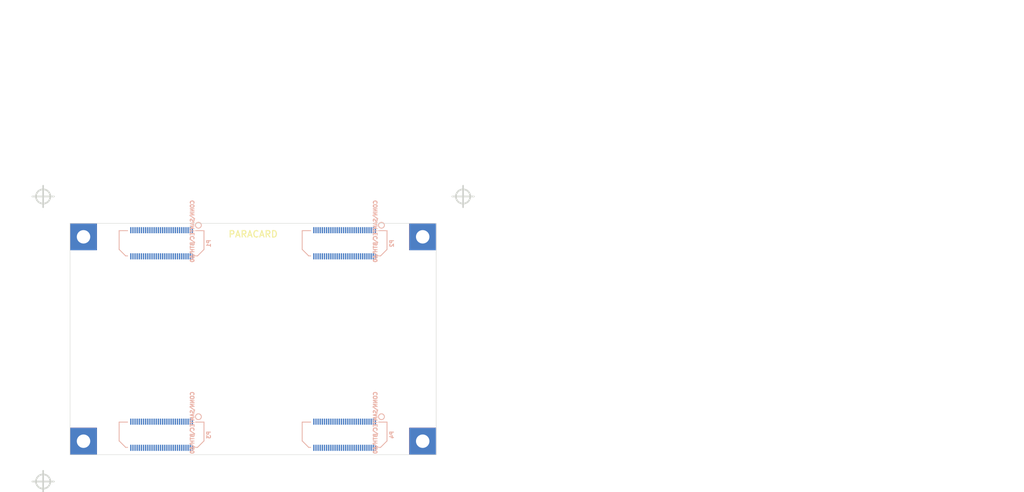
<source format=kicad_pcb>
(kicad_pcb (version 4) (host pcbnew 4.0.0-rc2-stable)

  (general
    (links 53)
    (no_connects 53)
    (area 152.349999 101.549999 238.810001 156.260001)
    (thickness 1.6)
    (drawings 13)
    (tracks 0)
    (zones 0)
    (modules 8)
    (nets 192)
  )

  (page B)
  (title_block
    (title "Paracard Template")
    (date "28 May 2014")
    (rev *)
    (company "Adapteva, Inc., 1666 Massachusetts Ave., Lexington, MA 02420")
    (comment 1 "Fabrication Drawing")
  )

  (layers
    (0 F.Cu signal)
    (31 B.Cu signal)
    (32 B.Adhes user)
    (33 F.Adhes user)
    (34 B.Paste user)
    (35 F.Paste user)
    (36 B.SilkS user)
    (37 F.SilkS user)
    (38 B.Mask user)
    (39 F.Mask user)
    (40 Dwgs.User user)
    (41 Cmts.User user)
    (42 Eco1.User user hide)
    (43 Eco2.User user)
    (44 Edge.Cuts user)
  )

  (setup
    (last_trace_width 0.1524)
    (trace_clearance 0.1524)
    (zone_clearance 0.508)
    (zone_45_only no)
    (trace_min 0.1524)
    (segment_width 0.2)
    (edge_width 0.1)
    (via_size 0.889)
    (via_drill 0.508)
    (via_min_size 0.889)
    (via_min_drill 0.508)
    (uvia_size 0.508)
    (uvia_drill 0.2032)
    (uvias_allowed yes)
    (uvia_min_size 0.508)
    (uvia_min_drill 0.2032)
    (pcb_text_width 0.3)
    (pcb_text_size 1.5 1.5)
    (mod_edge_width 0.15)
    (mod_text_size 1 1)
    (mod_text_width 0.15)
    (pad_size 6.35 6.35)
    (pad_drill 3.175)
    (pad_to_mask_clearance 0)
    (aux_axis_origin 155.575 153.035)
    (visible_elements FFFFFF6F)
    (pcbplotparams
      (layerselection 0x00030_80000001)
      (usegerberextensions true)
      (excludeedgelayer true)
      (linewidth 0.150000)
      (plotframeref false)
      (viasonmask false)
      (mode 1)
      (useauxorigin false)
      (hpglpennumber 1)
      (hpglpenspeed 20)
      (hpglpendiameter 15)
      (hpglpenoverlay 2)
      (psnegative false)
      (psa4output false)
      (plotreference true)
      (plotvalue false)
      (plotinvisibletext false)
      (padsonsilk false)
      (subtractmaskfromsilk true)
      (outputformat 1)
      (mirror false)
      (drillshape 0)
      (scaleselection 1)
      (outputdirectory cad))
  )

  (net 0 "")
  (net 1 /GPIO/GPIO0)
  (net 2 /GPIO/GPIO1)
  (net 3 /GPIO/GPIO10)
  (net 4 /GPIO/GPIO11)
  (net 5 /GPIO/GPIO12)
  (net 6 /GPIO/GPIO13)
  (net 7 /GPIO/GPIO14)
  (net 8 /GPIO/GPIO15)
  (net 9 /GPIO/GPIO16)
  (net 10 /GPIO/GPIO17)
  (net 11 /GPIO/GPIO18)
  (net 12 /GPIO/GPIO19)
  (net 13 /GPIO/GPIO2)
  (net 14 /GPIO/GPIO20)
  (net 15 /GPIO/GPIO21)
  (net 16 /GPIO/GPIO22)
  (net 17 /GPIO/GPIO23)
  (net 18 /GPIO/GPIO24)
  (net 19 /GPIO/GPIO25)
  (net 20 /GPIO/GPIO26)
  (net 21 /GPIO/GPIO27)
  (net 22 /GPIO/GPIO28)
  (net 23 /GPIO/GPIO29)
  (net 24 /GPIO/GPIO3)
  (net 25 /GPIO/GPIO30)
  (net 26 /GPIO/GPIO31)
  (net 27 /GPIO/GPIO32)
  (net 28 /GPIO/GPIO33)
  (net 29 /GPIO/GPIO34)
  (net 30 /GPIO/GPIO35)
  (net 31 /GPIO/GPIO36)
  (net 32 /GPIO/GPIO37)
  (net 33 /GPIO/GPIO38)
  (net 34 /GPIO/GPIO39)
  (net 35 /GPIO/GPIO4)
  (net 36 /GPIO/GPIO40)
  (net 37 /GPIO/GPIO41)
  (net 38 /GPIO/GPIO42)
  (net 39 /GPIO/GPIO43)
  (net 40 /GPIO/GPIO44)
  (net 41 /GPIO/GPIO45)
  (net 42 /GPIO/GPIO46)
  (net 43 /GPIO/GPIO47)
  (net 44 /GPIO/GPIO5)
  (net 45 /GPIO/GPIO6)
  (net 46 /GPIO/GPIO7)
  (net 47 /GPIO/GPIO8)
  (net 48 /GPIO/GPIO9)
  (net 49 /GPIO/VGPIO)
  (net 50 /MountingHoles/SYS_5P0V)
  (net 51 /NORTH/RXI_DATA_N0)
  (net 52 /NORTH/RXI_DATA_N1)
  (net 53 /NORTH/RXI_DATA_N2)
  (net 54 /NORTH/RXI_DATA_N3)
  (net 55 /NORTH/RXI_DATA_N4)
  (net 56 /NORTH/RXI_DATA_N5)
  (net 57 /NORTH/RXI_DATA_N6)
  (net 58 /NORTH/RXI_DATA_N7)
  (net 59 /NORTH/RXI_DATA_P0)
  (net 60 /NORTH/RXI_DATA_P1)
  (net 61 /NORTH/RXI_DATA_P2)
  (net 62 /NORTH/RXI_DATA_P3)
  (net 63 /NORTH/RXI_DATA_P4)
  (net 64 /NORTH/RXI_DATA_P5)
  (net 65 /NORTH/RXI_DATA_P6)
  (net 66 /NORTH/RXI_DATA_P7)
  (net 67 /NORTH/RXI_FRAME_N)
  (net 68 /NORTH/RXI_FRAME_P)
  (net 69 /NORTH/RXI_LCLK_N)
  (net 70 /NORTH/RXI_LCLK_P)
  (net 71 /NORTH/RXO_RD_WAIT_N)
  (net 72 /NORTH/RXO_RD_WAIT_P)
  (net 73 /NORTH/RXO_WR_WAIT_N)
  (net 74 /NORTH/RXO_WR_WAIT_P)
  (net 75 /NORTH/TXI_RD_WAIT_N)
  (net 76 /NORTH/TXI_RD_WAIT_P)
  (net 77 /NORTH/TXI_WR_WAIT_N)
  (net 78 /NORTH/TXI_WR_WAIT_P)
  (net 79 /NORTH/TXO_DATA_N0)
  (net 80 /NORTH/TXO_DATA_N1)
  (net 81 /NORTH/TXO_DATA_N2)
  (net 82 /NORTH/TXO_DATA_N3)
  (net 83 /NORTH/TXO_DATA_N4)
  (net 84 /NORTH/TXO_DATA_N5)
  (net 85 /NORTH/TXO_DATA_N6)
  (net 86 /NORTH/TXO_DATA_N7)
  (net 87 /NORTH/TXO_DATA_P0)
  (net 88 /NORTH/TXO_DATA_P1)
  (net 89 /NORTH/TXO_DATA_P2)
  (net 90 /NORTH/TXO_DATA_P3)
  (net 91 /NORTH/TXO_DATA_P4)
  (net 92 /NORTH/TXO_DATA_P5)
  (net 93 /NORTH/TXO_DATA_P6)
  (net 94 /NORTH/TXO_DATA_P7)
  (net 95 /NORTH/TXO_FRAME_N)
  (net 96 /NORTH/TXO_FRAME_P)
  (net 97 /NORTH/TXO_LCLK_N)
  (net 98 /NORTH/TXO_LCLK_P)
  (net 99 /NORTH/VDDIO)
  (net 100 /POWER/1P0V)
  (net 101 /POWER/1P35V)
  (net 102 /POWER/1P8V)
  (net 103 /POWER/2P5V)
  (net 104 /POWER/3P3V)
  (net 105 /POWER/DSP_FLAG)
  (net 106 /POWER/DSP_XID0)
  (net 107 /POWER/DSP_XID1)
  (net 108 /POWER/DSP_XID2)
  (net 109 /POWER/DSP_XID3)
  (net 110 /POWER/DSP_YID0)
  (net 111 /POWER/DSP_YID1)
  (net 112 /POWER/DSP_YID2)
  (net 113 /POWER/DSP_YID3)
  (net 114 /POWER/I2C_SCL)
  (net 115 /POWER/I2C_SDA)
  (net 116 /POWER/JTAG_BOOT_EN)
  (net 117 /POWER/JTAG_TCK)
  (net 118 /POWER/JTAG_TDI)
  (net 119 /POWER/JTAG_TDO)
  (net 120 /POWER/JTAG_TMS)
  (net 121 /POWER/PROG_IO)
  (net 122 /POWER/REG_EN1)
  (net 123 /POWER/REG_EN2)
  (net 124 /POWER/REG_EN3)
  (net 125 /POWER/REG_EN4)
  (net 126 /POWER/RESET_N)
  (net 127 /POWER/SPDIF)
  (net 128 /POWER/SYS_5P0V)
  (net 129 /POWER/TURBO_MODE)
  (net 130 /POWER/UART_RX)
  (net 131 /POWER/UART_TX)
  (net 132 /POWER/USER_LED)
  (net 133 /POWER/VADC_N)
  (net 134 /POWER/VADC_P)
  (net 135 /POWER/VDD_ADJ)
  (net 136 /POWER/VDD_DSP)
  (net 137 /POWER/VDD_GPIO)
  (net 138 /SOUTH/RXI_DATA_N0)
  (net 139 /SOUTH/RXI_DATA_N1)
  (net 140 /SOUTH/RXI_DATA_N2)
  (net 141 /SOUTH/RXI_DATA_N3)
  (net 142 /SOUTH/RXI_DATA_N4)
  (net 143 /SOUTH/RXI_DATA_N5)
  (net 144 /SOUTH/RXI_DATA_N6)
  (net 145 /SOUTH/RXI_DATA_N7)
  (net 146 /SOUTH/RXI_DATA_P0)
  (net 147 /SOUTH/RXI_DATA_P1)
  (net 148 /SOUTH/RXI_DATA_P2)
  (net 149 /SOUTH/RXI_DATA_P3)
  (net 150 /SOUTH/RXI_DATA_P4)
  (net 151 /SOUTH/RXI_DATA_P5)
  (net 152 /SOUTH/RXI_DATA_P6)
  (net 153 /SOUTH/RXI_DATA_P7)
  (net 154 /SOUTH/RXI_FRAME_N)
  (net 155 /SOUTH/RXI_FRAME_P)
  (net 156 /SOUTH/RXI_LCLK_N)
  (net 157 /SOUTH/RXI_LCLK_P)
  (net 158 /SOUTH/RXO_RD_WAIT_N)
  (net 159 /SOUTH/RXO_RD_WAIT_P)
  (net 160 /SOUTH/RXO_WR_WAIT_N)
  (net 161 /SOUTH/RXO_WR_WAIT_P)
  (net 162 /SOUTH/TXI_RD_WAIT_N)
  (net 163 /SOUTH/TXI_RD_WAIT_P)
  (net 164 /SOUTH/TXI_WR_WAIT_N)
  (net 165 /SOUTH/TXI_WR_WAIT_P)
  (net 166 /SOUTH/TXO_DATA_N0)
  (net 167 /SOUTH/TXO_DATA_N1)
  (net 168 /SOUTH/TXO_DATA_N2)
  (net 169 /SOUTH/TXO_DATA_N3)
  (net 170 /SOUTH/TXO_DATA_N4)
  (net 171 /SOUTH/TXO_DATA_N5)
  (net 172 /SOUTH/TXO_DATA_N6)
  (net 173 /SOUTH/TXO_DATA_N7)
  (net 174 /SOUTH/TXO_DATA_P0)
  (net 175 /SOUTH/TXO_DATA_P1)
  (net 176 /SOUTH/TXO_DATA_P2)
  (net 177 /SOUTH/TXO_DATA_P3)
  (net 178 /SOUTH/TXO_DATA_P4)
  (net 179 /SOUTH/TXO_DATA_P5)
  (net 180 /SOUTH/TXO_DATA_P6)
  (net 181 /SOUTH/TXO_DATA_P7)
  (net 182 /SOUTH/TXO_FRAME_N)
  (net 183 /SOUTH/TXO_FRAME_P)
  (net 184 /SOUTH/TXO_LCLK_N)
  (net 185 /SOUTH/TXO_LCLK_P)
  (net 186 /SOUTH/VDDIO)
  (net 187 GND)
  (net 188 "Net-(P1-Pad1)")
  (net 189 "Net-(P2-Pad11)")
  (net 190 "Net-(P3-Pad10)")
  (net 191 "Net-(P4-Pad11)")

  (net_class Default "This is the default net class."
    (clearance 0.1524)
    (trace_width 0.1524)
    (via_dia 0.889)
    (via_drill 0.508)
    (uvia_dia 0.508)
    (uvia_drill 0.2032)
    (add_net /GPIO/GPIO0)
    (add_net /GPIO/GPIO1)
    (add_net /GPIO/GPIO10)
    (add_net /GPIO/GPIO11)
    (add_net /GPIO/GPIO12)
    (add_net /GPIO/GPIO13)
    (add_net /GPIO/GPIO14)
    (add_net /GPIO/GPIO15)
    (add_net /GPIO/GPIO16)
    (add_net /GPIO/GPIO17)
    (add_net /GPIO/GPIO18)
    (add_net /GPIO/GPIO19)
    (add_net /GPIO/GPIO2)
    (add_net /GPIO/GPIO20)
    (add_net /GPIO/GPIO21)
    (add_net /GPIO/GPIO22)
    (add_net /GPIO/GPIO23)
    (add_net /GPIO/GPIO24)
    (add_net /GPIO/GPIO25)
    (add_net /GPIO/GPIO26)
    (add_net /GPIO/GPIO27)
    (add_net /GPIO/GPIO28)
    (add_net /GPIO/GPIO29)
    (add_net /GPIO/GPIO3)
    (add_net /GPIO/GPIO30)
    (add_net /GPIO/GPIO31)
    (add_net /GPIO/GPIO32)
    (add_net /GPIO/GPIO33)
    (add_net /GPIO/GPIO34)
    (add_net /GPIO/GPIO35)
    (add_net /GPIO/GPIO36)
    (add_net /GPIO/GPIO37)
    (add_net /GPIO/GPIO38)
    (add_net /GPIO/GPIO39)
    (add_net /GPIO/GPIO4)
    (add_net /GPIO/GPIO40)
    (add_net /GPIO/GPIO41)
    (add_net /GPIO/GPIO42)
    (add_net /GPIO/GPIO43)
    (add_net /GPIO/GPIO44)
    (add_net /GPIO/GPIO45)
    (add_net /GPIO/GPIO46)
    (add_net /GPIO/GPIO47)
    (add_net /GPIO/GPIO5)
    (add_net /GPIO/GPIO6)
    (add_net /GPIO/GPIO7)
    (add_net /GPIO/GPIO8)
    (add_net /GPIO/GPIO9)
    (add_net /GPIO/VGPIO)
    (add_net /MountingHoles/SYS_5P0V)
    (add_net /NORTH/RXI_DATA_N0)
    (add_net /NORTH/RXI_DATA_N1)
    (add_net /NORTH/RXI_DATA_N2)
    (add_net /NORTH/RXI_DATA_N3)
    (add_net /NORTH/RXI_DATA_N4)
    (add_net /NORTH/RXI_DATA_N5)
    (add_net /NORTH/RXI_DATA_N6)
    (add_net /NORTH/RXI_DATA_N7)
    (add_net /NORTH/RXI_DATA_P0)
    (add_net /NORTH/RXI_DATA_P1)
    (add_net /NORTH/RXI_DATA_P2)
    (add_net /NORTH/RXI_DATA_P3)
    (add_net /NORTH/RXI_DATA_P4)
    (add_net /NORTH/RXI_DATA_P5)
    (add_net /NORTH/RXI_DATA_P6)
    (add_net /NORTH/RXI_DATA_P7)
    (add_net /NORTH/RXI_FRAME_N)
    (add_net /NORTH/RXI_FRAME_P)
    (add_net /NORTH/RXI_LCLK_N)
    (add_net /NORTH/RXI_LCLK_P)
    (add_net /NORTH/RXO_RD_WAIT_N)
    (add_net /NORTH/RXO_RD_WAIT_P)
    (add_net /NORTH/RXO_WR_WAIT_N)
    (add_net /NORTH/RXO_WR_WAIT_P)
    (add_net /NORTH/TXI_RD_WAIT_N)
    (add_net /NORTH/TXI_RD_WAIT_P)
    (add_net /NORTH/TXI_WR_WAIT_N)
    (add_net /NORTH/TXI_WR_WAIT_P)
    (add_net /NORTH/TXO_DATA_N0)
    (add_net /NORTH/TXO_DATA_N1)
    (add_net /NORTH/TXO_DATA_N2)
    (add_net /NORTH/TXO_DATA_N3)
    (add_net /NORTH/TXO_DATA_N4)
    (add_net /NORTH/TXO_DATA_N5)
    (add_net /NORTH/TXO_DATA_N6)
    (add_net /NORTH/TXO_DATA_N7)
    (add_net /NORTH/TXO_DATA_P0)
    (add_net /NORTH/TXO_DATA_P1)
    (add_net /NORTH/TXO_DATA_P2)
    (add_net /NORTH/TXO_DATA_P3)
    (add_net /NORTH/TXO_DATA_P4)
    (add_net /NORTH/TXO_DATA_P5)
    (add_net /NORTH/TXO_DATA_P6)
    (add_net /NORTH/TXO_DATA_P7)
    (add_net /NORTH/TXO_FRAME_N)
    (add_net /NORTH/TXO_FRAME_P)
    (add_net /NORTH/TXO_LCLK_N)
    (add_net /NORTH/TXO_LCLK_P)
    (add_net /NORTH/VDDIO)
    (add_net /POWER/1P0V)
    (add_net /POWER/1P35V)
    (add_net /POWER/1P8V)
    (add_net /POWER/2P5V)
    (add_net /POWER/3P3V)
    (add_net /POWER/DSP_FLAG)
    (add_net /POWER/DSP_XID0)
    (add_net /POWER/DSP_XID1)
    (add_net /POWER/DSP_XID2)
    (add_net /POWER/DSP_XID3)
    (add_net /POWER/DSP_YID0)
    (add_net /POWER/DSP_YID1)
    (add_net /POWER/DSP_YID2)
    (add_net /POWER/DSP_YID3)
    (add_net /POWER/I2C_SCL)
    (add_net /POWER/I2C_SDA)
    (add_net /POWER/JTAG_BOOT_EN)
    (add_net /POWER/JTAG_TCK)
    (add_net /POWER/JTAG_TDI)
    (add_net /POWER/JTAG_TDO)
    (add_net /POWER/JTAG_TMS)
    (add_net /POWER/PROG_IO)
    (add_net /POWER/REG_EN1)
    (add_net /POWER/REG_EN2)
    (add_net /POWER/REG_EN3)
    (add_net /POWER/REG_EN4)
    (add_net /POWER/RESET_N)
    (add_net /POWER/SPDIF)
    (add_net /POWER/SYS_5P0V)
    (add_net /POWER/TURBO_MODE)
    (add_net /POWER/UART_RX)
    (add_net /POWER/UART_TX)
    (add_net /POWER/USER_LED)
    (add_net /POWER/VADC_N)
    (add_net /POWER/VADC_P)
    (add_net /POWER/VDD_ADJ)
    (add_net /POWER/VDD_DSP)
    (add_net /POWER/VDD_GPIO)
    (add_net /SOUTH/RXI_DATA_N0)
    (add_net /SOUTH/RXI_DATA_N1)
    (add_net /SOUTH/RXI_DATA_N2)
    (add_net /SOUTH/RXI_DATA_N3)
    (add_net /SOUTH/RXI_DATA_N4)
    (add_net /SOUTH/RXI_DATA_N5)
    (add_net /SOUTH/RXI_DATA_N6)
    (add_net /SOUTH/RXI_DATA_N7)
    (add_net /SOUTH/RXI_DATA_P0)
    (add_net /SOUTH/RXI_DATA_P1)
    (add_net /SOUTH/RXI_DATA_P2)
    (add_net /SOUTH/RXI_DATA_P3)
    (add_net /SOUTH/RXI_DATA_P4)
    (add_net /SOUTH/RXI_DATA_P5)
    (add_net /SOUTH/RXI_DATA_P6)
    (add_net /SOUTH/RXI_DATA_P7)
    (add_net /SOUTH/RXI_FRAME_N)
    (add_net /SOUTH/RXI_FRAME_P)
    (add_net /SOUTH/RXI_LCLK_N)
    (add_net /SOUTH/RXI_LCLK_P)
    (add_net /SOUTH/RXO_RD_WAIT_N)
    (add_net /SOUTH/RXO_RD_WAIT_P)
    (add_net /SOUTH/RXO_WR_WAIT_N)
    (add_net /SOUTH/RXO_WR_WAIT_P)
    (add_net /SOUTH/TXI_RD_WAIT_N)
    (add_net /SOUTH/TXI_RD_WAIT_P)
    (add_net /SOUTH/TXI_WR_WAIT_N)
    (add_net /SOUTH/TXI_WR_WAIT_P)
    (add_net /SOUTH/TXO_DATA_N0)
    (add_net /SOUTH/TXO_DATA_N1)
    (add_net /SOUTH/TXO_DATA_N2)
    (add_net /SOUTH/TXO_DATA_N3)
    (add_net /SOUTH/TXO_DATA_N4)
    (add_net /SOUTH/TXO_DATA_N5)
    (add_net /SOUTH/TXO_DATA_N6)
    (add_net /SOUTH/TXO_DATA_N7)
    (add_net /SOUTH/TXO_DATA_P0)
    (add_net /SOUTH/TXO_DATA_P1)
    (add_net /SOUTH/TXO_DATA_P2)
    (add_net /SOUTH/TXO_DATA_P3)
    (add_net /SOUTH/TXO_DATA_P4)
    (add_net /SOUTH/TXO_DATA_P5)
    (add_net /SOUTH/TXO_DATA_P6)
    (add_net /SOUTH/TXO_DATA_P7)
    (add_net /SOUTH/TXO_FRAME_N)
    (add_net /SOUTH/TXO_FRAME_P)
    (add_net /SOUTH/TXO_LCLK_N)
    (add_net /SOUTH/TXO_LCLK_P)
    (add_net /SOUTH/VDDIO)
    (add_net GND)
    (add_net "Net-(P1-Pad1)")
    (add_net "Net-(P2-Pad11)")
    (add_net "Net-(P3-Pad10)")
    (add_net "Net-(P4-Pad11)")
  )

  (module Adapteva:MTG_PTH_125_SQ (layer F.Cu) (tedit 538C1623) (tstamp 538C1315)
    (at 155.575 153.035)
    (descr "Mounting hole, 0.125Dia, 0.25 Square Pad")
    (tags "Mounting hole, Befestigungsbohrung, 3,5mm, No Annular, Kein Restring,")
    (path /5387F901/53896AE9)
    (fp_text reference MH4 (at 0 -4.50088) (layer F.SilkS) hide
      (effects (font (thickness 0.3048)))
    )
    (fp_text value MTG\PTH\125\SQ (at 0 5.00126) (layer F.SilkS) hide
      (effects (font (thickness 0.3048)))
    )
    (pad 1 thru_hole rect (at 0 0) (size 6.35 6.35) (drill 3.175) (layers *.Cu *.Mask Dwgs.User)
      (net 187 GND))
  )

  (module Adapteva:MTG_PTH_125_SQ (layer F.Cu) (tedit 538C1623) (tstamp 538C1311)
    (at 235.585 104.775)
    (descr "Mounting hole, 0.125Dia, 0.25 Square Pad")
    (tags "Mounting hole, Befestigungsbohrung, 3,5mm, No Annular, Kein Restring,")
    (path /5387F901/53896AC1)
    (fp_text reference MH3 (at 0 -4.50088) (layer F.SilkS) hide
      (effects (font (thickness 0.3048)))
    )
    (fp_text value MTG\PTH\125\SQ (at 0 5.00126) (layer F.SilkS) hide
      (effects (font (thickness 0.3048)))
    )
    (pad 1 thru_hole rect (at 0 0) (size 6.35 6.35) (drill 3.175) (layers *.Cu *.Mask Dwgs.User)
      (net 187 GND))
  )

  (module Adapteva:MTG_PTH_125_SQ (layer F.Cu) (tedit 538C1623) (tstamp 538C130D)
    (at 235.585 153.035)
    (descr "Mounting hole, 0.125Dia, 0.25 Square Pad")
    (tags "Mounting hole, Befestigungsbohrung, 3,5mm, No Annular, Kein Restring,")
    (path /5387F901/53896AD5)
    (fp_text reference MH2 (at 0 -4.50088) (layer F.SilkS) hide
      (effects (font (thickness 0.3048)))
    )
    (fp_text value MTG\PTH\125\SQ (at 0 5.00126) (layer F.SilkS) hide
      (effects (font (thickness 0.3048)))
    )
    (pad 1 thru_hole rect (at 0 0) (size 6.35 6.35) (drill 3.175) (layers *.Cu *.Mask Dwgs.User)
      (net 187 GND))
  )

  (module Adapteva:MTG_PTH_125_SQ (layer F.Cu) (tedit 538C1623) (tstamp 538C1309)
    (at 155.575 104.775)
    (descr "Mounting hole, 0.125Dia, 0.25 Square Pad")
    (tags "Mounting hole, Befestigungsbohrung, 3,5mm, No Annular, Kein Restring,")
    (path /5387F901/53896AAD)
    (fp_text reference MH1 (at 0 -4.50088) (layer F.SilkS) hide
      (effects (font (thickness 0.3048)))
    )
    (fp_text value MTG\PTH\125\SQ (at 0 5.00126) (layer F.SilkS) hide
      (effects (font (thickness 0.3048)))
    )
    (pad 1 thru_hole rect (at 0 0) (size 6.35 6.35) (drill 3.175) (layers *.Cu *.Mask Dwgs.User)
      (net 50 /MountingHoles/SYS_5P0V))
  )

  (module adapteva-kicad:CONN_SAMTEC_BTH_60 (layer B.Cu) (tedit 0) (tstamp 538A96BE)
    (at 173.99 106.299 180)
    (descr "Connector, Samtec BTH, 60 pos.")
    (path /53860B1E/538932DF)
    (attr smd)
    (fp_text reference P1 (at -11.13282 -0.04064 450) (layer B.SilkS)
      (effects (font (size 0.889 0.889) (thickness 0.3048)) (justify mirror))
    )
    (fp_text value CONN\SAMTEC\BTH\60 (at -7.25424 2.8321 270) (layer B.SilkS)
      (effects (font (size 0.889 0.889) (thickness 0.3048)) (justify mirror))
    )
    (fp_circle (center -8.68934 4.2545) (end -9.10082 4.80822) (layer B.SilkS) (width 0.2032))
    (fp_line (start -8.001 -2.9845) (end -8.47598 -2.9845) (layer B.SilkS) (width 0.2032))
    (fp_line (start -8.001 2.9845) (end -9.99998 2.9845) (layer B.SilkS) (width 0.2032))
    (fp_line (start -9.99998 2.9845) (end -9.99998 -1.4605) (layer B.SilkS) (width 0.2032))
    (fp_line (start -9.99998 -1.4605) (end -8.47598 -2.9845) (layer B.SilkS) (width 0.2032))
    (fp_line (start 9.99998 -1.4605) (end 8.47598 -2.9845) (layer B.SilkS) (width 0.2032))
    (fp_line (start 10.0076 2.9845) (end 10.0076 -1.4605) (layer B.SilkS) (width 0.2032))
    (fp_line (start 8.001 2.9845) (end 9.99998 2.9845) (layer B.SilkS) (width 0.2032))
    (fp_line (start 8.001 -2.9845) (end 8.47598 -2.9845) (layer B.SilkS) (width 0.2032))
    (pad 1 smd rect (at -7.25424 3.0861) (size 0.3048 1.4478) (layers B.Cu B.Paste B.Mask)
      (net 188 "Net-(P1-Pad1)"))
    (pad 2 smd rect (at -7.25424 -3.0861 180) (size 0.3048 1.4478) (layers B.Cu B.Paste B.Mask)
      (net 49 /GPIO/VGPIO))
    (pad 3 smd rect (at -6.75384 3.0861) (size 0.3048 1.4478) (layers B.Cu B.Paste B.Mask)
      (net 1 /GPIO/GPIO0))
    (pad 4 smd rect (at -6.75384 -3.0861 180) (size 0.3048 1.4478) (layers B.Cu B.Paste B.Mask)
      (net 2 /GPIO/GPIO1))
    (pad 5 smd rect (at -6.25344 3.0861) (size 0.3048 1.4478) (layers B.Cu B.Paste B.Mask)
      (net 13 /GPIO/GPIO2))
    (pad 6 smd rect (at -6.25344 -3.0861 180) (size 0.3048 1.4478) (layers B.Cu B.Paste B.Mask)
      (net 24 /GPIO/GPIO3))
    (pad 7 smd rect (at -5.75314 3.0861) (size 0.3048 1.4478) (layers B.Cu B.Paste B.Mask)
      (net 35 /GPIO/GPIO4))
    (pad 8 smd rect (at -5.75314 -3.0861 180) (size 0.3048 1.4478) (layers B.Cu B.Paste B.Mask)
      (net 44 /GPIO/GPIO5))
    (pad 9 smd rect (at -5.25274 3.0861) (size 0.3048 1.4478) (layers B.Cu B.Paste B.Mask)
      (net 45 /GPIO/GPIO6))
    (pad 10 smd rect (at -5.25274 -3.0861 180) (size 0.3048 1.4478) (layers B.Cu B.Paste B.Mask)
      (net 46 /GPIO/GPIO7))
    (pad 11 smd rect (at -4.75234 3.0861) (size 0.3048 1.4478) (layers B.Cu B.Paste B.Mask)
      (net 187 GND))
    (pad 12 smd rect (at -4.75234 -3.0861 180) (size 0.3048 1.4478) (layers B.Cu B.Paste B.Mask)
      (net 187 GND))
    (pad 13 smd rect (at -4.25194 3.0861) (size 0.3048 1.4478) (layers B.Cu B.Paste B.Mask)
      (net 47 /GPIO/GPIO8))
    (pad 14 smd rect (at -4.25194 -3.0861 180) (size 0.3048 1.4478) (layers B.Cu B.Paste B.Mask)
      (net 48 /GPIO/GPIO9))
    (pad 15 smd rect (at -3.75154 3.0861) (size 0.3048 1.4478) (layers B.Cu B.Paste B.Mask)
      (net 3 /GPIO/GPIO10))
    (pad 16 smd rect (at -3.75154 -3.0861 180) (size 0.3048 1.4478) (layers B.Cu B.Paste B.Mask)
      (net 4 /GPIO/GPIO11))
    (pad 17 smd rect (at -3.25124 3.0861) (size 0.3048 1.4478) (layers B.Cu B.Paste B.Mask)
      (net 5 /GPIO/GPIO12))
    (pad 18 smd rect (at -3.25124 -3.0861 180) (size 0.3048 1.4478) (layers B.Cu B.Paste B.Mask)
      (net 6 /GPIO/GPIO13))
    (pad 19 smd rect (at -2.75084 3.0861) (size 0.3048 1.4478) (layers B.Cu B.Paste B.Mask)
      (net 7 /GPIO/GPIO14))
    (pad 20 smd rect (at -2.75084 -3.0861 180) (size 0.3048 1.4478) (layers B.Cu B.Paste B.Mask)
      (net 8 /GPIO/GPIO15))
    (pad 21 smd rect (at -2.25044 3.0861) (size 0.3048 1.4478) (layers B.Cu B.Paste B.Mask)
      (net 187 GND))
    (pad 22 smd rect (at -2.25044 -3.0861 180) (size 0.3048 1.4478) (layers B.Cu B.Paste B.Mask)
      (net 187 GND))
    (pad 23 smd rect (at -1.75004 3.0861) (size 0.3048 1.4478) (layers B.Cu B.Paste B.Mask)
      (net 9 /GPIO/GPIO16))
    (pad 24 smd rect (at -1.75004 -3.0861 180) (size 0.3048 1.4478) (layers B.Cu B.Paste B.Mask)
      (net 10 /GPIO/GPIO17))
    (pad 25 smd rect (at -1.24964 3.0861) (size 0.3048 1.4478) (layers B.Cu B.Paste B.Mask)
      (net 11 /GPIO/GPIO18))
    (pad 26 smd rect (at -1.24964 -3.0861 180) (size 0.3048 1.4478) (layers B.Cu B.Paste B.Mask)
      (net 12 /GPIO/GPIO19))
    (pad 27 smd rect (at -0.74934 3.0861) (size 0.3048 1.4478) (layers B.Cu B.Paste B.Mask)
      (net 14 /GPIO/GPIO20))
    (pad 28 smd rect (at -0.74934 -3.0861 180) (size 0.3048 1.4478) (layers B.Cu B.Paste B.Mask)
      (net 15 /GPIO/GPIO21))
    (pad 29 smd rect (at -0.24894 3.0861) (size 0.3048 1.4478) (layers B.Cu B.Paste B.Mask)
      (net 16 /GPIO/GPIO22))
    (pad 30 smd rect (at -0.24894 -3.0861 180) (size 0.3048 1.4478) (layers B.Cu B.Paste B.Mask)
      (net 17 /GPIO/GPIO23))
    (pad 31 smd rect (at 0.25146 3.0861) (size 0.3048 1.4478) (layers B.Cu B.Paste B.Mask)
      (net 187 GND))
    (pad 32 smd rect (at 0.25146 -3.0861 180) (size 0.3048 1.4478) (layers B.Cu B.Paste B.Mask)
      (net 187 GND))
    (pad 33 smd rect (at 0.75186 3.0861) (size 0.3048 1.4478) (layers B.Cu B.Paste B.Mask)
      (net 18 /GPIO/GPIO24))
    (pad 34 smd rect (at 0.75186 -3.0861 180) (size 0.3048 1.4478) (layers B.Cu B.Paste B.Mask)
      (net 19 /GPIO/GPIO25))
    (pad 35 smd rect (at 1.25226 3.0861) (size 0.3048 1.4478) (layers B.Cu B.Paste B.Mask)
      (net 20 /GPIO/GPIO26))
    (pad 36 smd rect (at 1.25226 -3.0861 180) (size 0.3048 1.4478) (layers B.Cu B.Paste B.Mask)
      (net 21 /GPIO/GPIO27))
    (pad 37 smd rect (at 1.75256 3.0861) (size 0.3048 1.4478) (layers B.Cu B.Paste B.Mask)
      (net 22 /GPIO/GPIO28))
    (pad 38 smd rect (at 1.75256 -3.0861 180) (size 0.3048 1.4478) (layers B.Cu B.Paste B.Mask)
      (net 23 /GPIO/GPIO29))
    (pad 39 smd rect (at 2.25296 3.0861) (size 0.3048 1.4478) (layers B.Cu B.Paste B.Mask)
      (net 25 /GPIO/GPIO30))
    (pad 40 smd rect (at 2.25296 -3.0861 180) (size 0.3048 1.4478) (layers B.Cu B.Paste B.Mask)
      (net 26 /GPIO/GPIO31))
    (pad 41 smd rect (at 2.75336 3.0861) (size 0.3048 1.4478) (layers B.Cu B.Paste B.Mask)
      (net 187 GND))
    (pad 42 smd rect (at 2.75336 -3.0861 180) (size 0.3048 1.4478) (layers B.Cu B.Paste B.Mask)
      (net 187 GND))
    (pad 43 smd rect (at 3.25376 3.0861) (size 0.3048 1.4478) (layers B.Cu B.Paste B.Mask)
      (net 27 /GPIO/GPIO32))
    (pad 44 smd rect (at 3.25376 -3.0861 180) (size 0.3048 1.4478) (layers B.Cu B.Paste B.Mask)
      (net 28 /GPIO/GPIO33))
    (pad 45 smd rect (at 3.75416 3.0861) (size 0.3048 1.4478) (layers B.Cu B.Paste B.Mask)
      (net 29 /GPIO/GPIO34))
    (pad 46 smd rect (at 3.75416 -3.0861 180) (size 0.3048 1.4478) (layers B.Cu B.Paste B.Mask)
      (net 30 /GPIO/GPIO35))
    (pad 47 smd rect (at 4.25446 3.0861) (size 0.3048 1.4478) (layers B.Cu B.Paste B.Mask)
      (net 31 /GPIO/GPIO36))
    (pad 48 smd rect (at 4.25446 -3.0861 180) (size 0.3048 1.4478) (layers B.Cu B.Paste B.Mask)
      (net 32 /GPIO/GPIO37))
    (pad 49 smd rect (at 4.75486 3.0861) (size 0.3048 1.4478) (layers B.Cu B.Paste B.Mask)
      (net 33 /GPIO/GPIO38))
    (pad 50 smd rect (at 4.75486 -3.0861 180) (size 0.3048 1.4478) (layers B.Cu B.Paste B.Mask)
      (net 34 /GPIO/GPIO39))
    (pad 51 smd rect (at 5.25526 3.0861) (size 0.3048 1.4478) (layers B.Cu B.Paste B.Mask)
      (net 187 GND))
    (pad 52 smd rect (at 5.25526 -3.0861 180) (size 0.3048 1.4478) (layers B.Cu B.Paste B.Mask)
      (net 187 GND))
    (pad 53 smd rect (at 5.75566 3.0861) (size 0.3048 1.4478) (layers B.Cu B.Paste B.Mask)
      (net 36 /GPIO/GPIO40))
    (pad 54 smd rect (at 5.75566 -3.0861 180) (size 0.3048 1.4478) (layers B.Cu B.Paste B.Mask)
      (net 37 /GPIO/GPIO41))
    (pad 55 smd rect (at 6.25606 3.0861) (size 0.3048 1.4478) (layers B.Cu B.Paste B.Mask)
      (net 38 /GPIO/GPIO42))
    (pad 56 smd rect (at 6.25606 -3.0861 180) (size 0.3048 1.4478) (layers B.Cu B.Paste B.Mask)
      (net 39 /GPIO/GPIO43))
    (pad 57 smd rect (at 6.75636 3.0861) (size 0.3048 1.4478) (layers B.Cu B.Paste B.Mask)
      (net 40 /GPIO/GPIO44))
    (pad 58 smd rect (at 6.75636 -3.0861 180) (size 0.3048 1.4478) (layers B.Cu B.Paste B.Mask)
      (net 41 /GPIO/GPIO45))
    (pad 59 smd rect (at 7.25676 3.0861) (size 0.3048 1.4478) (layers B.Cu B.Paste B.Mask)
      (net 42 /GPIO/GPIO46))
    (pad 60 smd rect (at 7.25676 -3.0861 180) (size 0.3048 1.4478) (layers B.Cu B.Paste B.Mask)
      (net 43 /GPIO/GPIO47))
    (pad "" np_thru_hole circle (at -9.24052 2.032 180) (size 1.016 1.016) (drill 1.016) (layers *.Cu *.Mask Dwgs.User))
    (pad "" np_thru_hole circle (at 9.24052 2.032 180) (size 1.016 1.016) (drill 1.016) (layers *.Cu *.Mask Dwgs.User))
    (model ../../../../../home/jules/Documents/Parallella/samtec.wrl
      (at (xyz -0.39375 0.14 -0.0375))
      (scale (xyz 0.3937 0.3937 0.3937))
      (rotate (xyz 270 0 0))
    )
  )

  (module adapteva-kicad:CONN_SAMTEC_BTH_60 (layer B.Cu) (tedit 0) (tstamp 538A9709)
    (at 217.17 106.299 180)
    (descr "Connector, Samtec BTH, 60 pos.")
    (path /5386858E/53893761)
    (attr smd)
    (fp_text reference P2 (at -11.13282 -0.04064 450) (layer B.SilkS)
      (effects (font (size 0.889 0.889) (thickness 0.3048)) (justify mirror))
    )
    (fp_text value CONN\SAMTEC\BTH\60 (at -7.25424 2.8321 270) (layer B.SilkS)
      (effects (font (size 0.889 0.889) (thickness 0.3048)) (justify mirror))
    )
    (fp_circle (center -8.68934 4.2545) (end -9.10082 4.80822) (layer B.SilkS) (width 0.2032))
    (fp_line (start -8.001 -2.9845) (end -8.47598 -2.9845) (layer B.SilkS) (width 0.2032))
    (fp_line (start -8.001 2.9845) (end -9.99998 2.9845) (layer B.SilkS) (width 0.2032))
    (fp_line (start -9.99998 2.9845) (end -9.99998 -1.4605) (layer B.SilkS) (width 0.2032))
    (fp_line (start -9.99998 -1.4605) (end -8.47598 -2.9845) (layer B.SilkS) (width 0.2032))
    (fp_line (start 9.99998 -1.4605) (end 8.47598 -2.9845) (layer B.SilkS) (width 0.2032))
    (fp_line (start 10.0076 2.9845) (end 10.0076 -1.4605) (layer B.SilkS) (width 0.2032))
    (fp_line (start 8.001 2.9845) (end 9.99998 2.9845) (layer B.SilkS) (width 0.2032))
    (fp_line (start 8.001 -2.9845) (end 8.47598 -2.9845) (layer B.SilkS) (width 0.2032))
    (pad 1 smd rect (at -7.25424 3.0861) (size 0.3048 1.4478) (layers B.Cu B.Paste B.Mask)
      (net 99 /NORTH/VDDIO))
    (pad 2 smd rect (at -7.25424 -3.0861 180) (size 0.3048 1.4478) (layers B.Cu B.Paste B.Mask)
      (net 99 /NORTH/VDDIO))
    (pad 3 smd rect (at -6.75384 3.0861) (size 0.3048 1.4478) (layers B.Cu B.Paste B.Mask)
      (net 51 /NORTH/RXI_DATA_N0))
    (pad 4 smd rect (at -6.75384 -3.0861 180) (size 0.3048 1.4478) (layers B.Cu B.Paste B.Mask)
      (net 52 /NORTH/RXI_DATA_N1))
    (pad 5 smd rect (at -6.25344 3.0861) (size 0.3048 1.4478) (layers B.Cu B.Paste B.Mask)
      (net 59 /NORTH/RXI_DATA_P0))
    (pad 6 smd rect (at -6.25344 -3.0861 180) (size 0.3048 1.4478) (layers B.Cu B.Paste B.Mask)
      (net 60 /NORTH/RXI_DATA_P1))
    (pad 7 smd rect (at -5.75314 3.0861) (size 0.3048 1.4478) (layers B.Cu B.Paste B.Mask)
      (net 53 /NORTH/RXI_DATA_N2))
    (pad 8 smd rect (at -5.75314 -3.0861 180) (size 0.3048 1.4478) (layers B.Cu B.Paste B.Mask)
      (net 54 /NORTH/RXI_DATA_N3))
    (pad 9 smd rect (at -5.25274 3.0861) (size 0.3048 1.4478) (layers B.Cu B.Paste B.Mask)
      (net 61 /NORTH/RXI_DATA_P2))
    (pad 10 smd rect (at -5.25274 -3.0861 180) (size 0.3048 1.4478) (layers B.Cu B.Paste B.Mask)
      (net 62 /NORTH/RXI_DATA_P3))
    (pad 11 smd rect (at -4.75234 3.0861) (size 0.3048 1.4478) (layers B.Cu B.Paste B.Mask)
      (net 189 "Net-(P2-Pad11)"))
    (pad 12 smd rect (at -4.75234 -3.0861 180) (size 0.3048 1.4478) (layers B.Cu B.Paste B.Mask)
      (net 187 GND))
    (pad 13 smd rect (at -4.25194 3.0861) (size 0.3048 1.4478) (layers B.Cu B.Paste B.Mask)
      (net 55 /NORTH/RXI_DATA_N4))
    (pad 14 smd rect (at -4.25194 -3.0861 180) (size 0.3048 1.4478) (layers B.Cu B.Paste B.Mask)
      (net 56 /NORTH/RXI_DATA_N5))
    (pad 15 smd rect (at -3.75154 3.0861) (size 0.3048 1.4478) (layers B.Cu B.Paste B.Mask)
      (net 63 /NORTH/RXI_DATA_P4))
    (pad 16 smd rect (at -3.75154 -3.0861 180) (size 0.3048 1.4478) (layers B.Cu B.Paste B.Mask)
      (net 64 /NORTH/RXI_DATA_P5))
    (pad 17 smd rect (at -3.25124 3.0861) (size 0.3048 1.4478) (layers B.Cu B.Paste B.Mask)
      (net 57 /NORTH/RXI_DATA_N6))
    (pad 18 smd rect (at -3.25124 -3.0861 180) (size 0.3048 1.4478) (layers B.Cu B.Paste B.Mask)
      (net 58 /NORTH/RXI_DATA_N7))
    (pad 19 smd rect (at -2.75084 3.0861) (size 0.3048 1.4478) (layers B.Cu B.Paste B.Mask)
      (net 65 /NORTH/RXI_DATA_P6))
    (pad 20 smd rect (at -2.75084 -3.0861 180) (size 0.3048 1.4478) (layers B.Cu B.Paste B.Mask)
      (net 66 /NORTH/RXI_DATA_P7))
    (pad 21 smd rect (at -2.25044 3.0861) (size 0.3048 1.4478) (layers B.Cu B.Paste B.Mask)
      (net 189 "Net-(P2-Pad11)"))
    (pad 22 smd rect (at -2.25044 -3.0861 180) (size 0.3048 1.4478) (layers B.Cu B.Paste B.Mask)
      (net 187 GND))
    (pad 23 smd rect (at -1.75004 3.0861) (size 0.3048 1.4478) (layers B.Cu B.Paste B.Mask)
      (net 69 /NORTH/RXI_LCLK_N))
    (pad 24 smd rect (at -1.75004 -3.0861 180) (size 0.3048 1.4478) (layers B.Cu B.Paste B.Mask)
      (net 67 /NORTH/RXI_FRAME_N))
    (pad 25 smd rect (at -1.24964 3.0861) (size 0.3048 1.4478) (layers B.Cu B.Paste B.Mask)
      (net 70 /NORTH/RXI_LCLK_P))
    (pad 26 smd rect (at -1.24964 -3.0861 180) (size 0.3048 1.4478) (layers B.Cu B.Paste B.Mask)
      (net 68 /NORTH/RXI_FRAME_P))
    (pad 27 smd rect (at -0.74934 3.0861) (size 0.3048 1.4478) (layers B.Cu B.Paste B.Mask)
      (net 71 /NORTH/RXO_RD_WAIT_N))
    (pad 28 smd rect (at -0.74934 -3.0861 180) (size 0.3048 1.4478) (layers B.Cu B.Paste B.Mask)
      (net 73 /NORTH/RXO_WR_WAIT_N))
    (pad 29 smd rect (at -0.24894 3.0861) (size 0.3048 1.4478) (layers B.Cu B.Paste B.Mask)
      (net 72 /NORTH/RXO_RD_WAIT_P))
    (pad 30 smd rect (at -0.24894 -3.0861 180) (size 0.3048 1.4478) (layers B.Cu B.Paste B.Mask)
      (net 74 /NORTH/RXO_WR_WAIT_P))
    (pad 31 smd rect (at 0.25146 3.0861) (size 0.3048 1.4478) (layers B.Cu B.Paste B.Mask)
      (net 189 "Net-(P2-Pad11)"))
    (pad 32 smd rect (at 0.25146 -3.0861 180) (size 0.3048 1.4478) (layers B.Cu B.Paste B.Mask)
      (net 187 GND))
    (pad 33 smd rect (at 0.75186 3.0861) (size 0.3048 1.4478) (layers B.Cu B.Paste B.Mask)
      (net 95 /NORTH/TXO_FRAME_N))
    (pad 34 smd rect (at 0.75186 -3.0861 180) (size 0.3048 1.4478) (layers B.Cu B.Paste B.Mask)
      (net 77 /NORTH/TXI_WR_WAIT_N))
    (pad 35 smd rect (at 1.25226 3.0861) (size 0.3048 1.4478) (layers B.Cu B.Paste B.Mask)
      (net 96 /NORTH/TXO_FRAME_P))
    (pad 36 smd rect (at 1.25226 -3.0861 180) (size 0.3048 1.4478) (layers B.Cu B.Paste B.Mask)
      (net 78 /NORTH/TXI_WR_WAIT_P))
    (pad 37 smd rect (at 1.75256 3.0861) (size 0.3048 1.4478) (layers B.Cu B.Paste B.Mask)
      (net 97 /NORTH/TXO_LCLK_N))
    (pad 38 smd rect (at 1.75256 -3.0861 180) (size 0.3048 1.4478) (layers B.Cu B.Paste B.Mask)
      (net 75 /NORTH/TXI_RD_WAIT_N))
    (pad 39 smd rect (at 2.25296 3.0861) (size 0.3048 1.4478) (layers B.Cu B.Paste B.Mask)
      (net 98 /NORTH/TXO_LCLK_P))
    (pad 40 smd rect (at 2.25296 -3.0861 180) (size 0.3048 1.4478) (layers B.Cu B.Paste B.Mask)
      (net 76 /NORTH/TXI_RD_WAIT_P))
    (pad 41 smd rect (at 2.75336 3.0861) (size 0.3048 1.4478) (layers B.Cu B.Paste B.Mask)
      (net 189 "Net-(P2-Pad11)"))
    (pad 42 smd rect (at 2.75336 -3.0861 180) (size 0.3048 1.4478) (layers B.Cu B.Paste B.Mask)
      (net 187 GND))
    (pad 43 smd rect (at 3.25376 3.0861) (size 0.3048 1.4478) (layers B.Cu B.Paste B.Mask)
      (net 79 /NORTH/TXO_DATA_N0))
    (pad 44 smd rect (at 3.25376 -3.0861 180) (size 0.3048 1.4478) (layers B.Cu B.Paste B.Mask)
      (net 80 /NORTH/TXO_DATA_N1))
    (pad 45 smd rect (at 3.75416 3.0861) (size 0.3048 1.4478) (layers B.Cu B.Paste B.Mask)
      (net 87 /NORTH/TXO_DATA_P0))
    (pad 46 smd rect (at 3.75416 -3.0861 180) (size 0.3048 1.4478) (layers B.Cu B.Paste B.Mask)
      (net 88 /NORTH/TXO_DATA_P1))
    (pad 47 smd rect (at 4.25446 3.0861) (size 0.3048 1.4478) (layers B.Cu B.Paste B.Mask)
      (net 81 /NORTH/TXO_DATA_N2))
    (pad 48 smd rect (at 4.25446 -3.0861 180) (size 0.3048 1.4478) (layers B.Cu B.Paste B.Mask)
      (net 82 /NORTH/TXO_DATA_N3))
    (pad 49 smd rect (at 4.75486 3.0861) (size 0.3048 1.4478) (layers B.Cu B.Paste B.Mask)
      (net 89 /NORTH/TXO_DATA_P2))
    (pad 50 smd rect (at 4.75486 -3.0861 180) (size 0.3048 1.4478) (layers B.Cu B.Paste B.Mask)
      (net 90 /NORTH/TXO_DATA_P3))
    (pad 51 smd rect (at 5.25526 3.0861) (size 0.3048 1.4478) (layers B.Cu B.Paste B.Mask)
      (net 189 "Net-(P2-Pad11)"))
    (pad 52 smd rect (at 5.25526 -3.0861 180) (size 0.3048 1.4478) (layers B.Cu B.Paste B.Mask)
      (net 187 GND))
    (pad 53 smd rect (at 5.75566 3.0861) (size 0.3048 1.4478) (layers B.Cu B.Paste B.Mask)
      (net 83 /NORTH/TXO_DATA_N4))
    (pad 54 smd rect (at 5.75566 -3.0861 180) (size 0.3048 1.4478) (layers B.Cu B.Paste B.Mask)
      (net 84 /NORTH/TXO_DATA_N5))
    (pad 55 smd rect (at 6.25606 3.0861) (size 0.3048 1.4478) (layers B.Cu B.Paste B.Mask)
      (net 91 /NORTH/TXO_DATA_P4))
    (pad 56 smd rect (at 6.25606 -3.0861 180) (size 0.3048 1.4478) (layers B.Cu B.Paste B.Mask)
      (net 92 /NORTH/TXO_DATA_P5))
    (pad 57 smd rect (at 6.75636 3.0861) (size 0.3048 1.4478) (layers B.Cu B.Paste B.Mask)
      (net 85 /NORTH/TXO_DATA_N6))
    (pad 58 smd rect (at 6.75636 -3.0861 180) (size 0.3048 1.4478) (layers B.Cu B.Paste B.Mask)
      (net 86 /NORTH/TXO_DATA_N7))
    (pad 59 smd rect (at 7.25676 3.0861) (size 0.3048 1.4478) (layers B.Cu B.Paste B.Mask)
      (net 93 /NORTH/TXO_DATA_P6))
    (pad 60 smd rect (at 7.25676 -3.0861 180) (size 0.3048 1.4478) (layers B.Cu B.Paste B.Mask)
      (net 94 /NORTH/TXO_DATA_P7))
    (pad "" np_thru_hole circle (at -9.24052 2.032 180) (size 1.016 1.016) (drill 1.016) (layers *.Cu *.Mask Dwgs.User))
    (pad "" np_thru_hole circle (at 9.24052 2.032 180) (size 1.016 1.016) (drill 1.016) (layers *.Cu *.Mask Dwgs.User))
    (model ../../../../../home/jules/Documents/Parallella/samtec.wrl
      (at (xyz -0.39375 0.14 -0.0375))
      (scale (xyz 0.3937 0.3937 0.3937))
      (rotate (xyz 270 0 0))
    )
  )

  (module adapteva-kicad:CONN_SAMTEC_BTH_60 (layer B.Cu) (tedit 0) (tstamp 538A9754)
    (at 173.99 151.511 180)
    (descr "Connector, Samtec BTH, 60 pos.")
    (path /538682E8/538934D7)
    (attr smd)
    (fp_text reference P3 (at -11.13282 -0.04064 450) (layer B.SilkS)
      (effects (font (size 0.889 0.889) (thickness 0.3048)) (justify mirror))
    )
    (fp_text value CONN\SAMTEC\BTH\60 (at -7.25424 2.8321 270) (layer B.SilkS)
      (effects (font (size 0.889 0.889) (thickness 0.3048)) (justify mirror))
    )
    (fp_circle (center -8.68934 4.2545) (end -9.10082 4.80822) (layer B.SilkS) (width 0.2032))
    (fp_line (start -8.001 -2.9845) (end -8.47598 -2.9845) (layer B.SilkS) (width 0.2032))
    (fp_line (start -8.001 2.9845) (end -9.99998 2.9845) (layer B.SilkS) (width 0.2032))
    (fp_line (start -9.99998 2.9845) (end -9.99998 -1.4605) (layer B.SilkS) (width 0.2032))
    (fp_line (start -9.99998 -1.4605) (end -8.47598 -2.9845) (layer B.SilkS) (width 0.2032))
    (fp_line (start 9.99998 -1.4605) (end 8.47598 -2.9845) (layer B.SilkS) (width 0.2032))
    (fp_line (start 10.0076 2.9845) (end 10.0076 -1.4605) (layer B.SilkS) (width 0.2032))
    (fp_line (start 8.001 2.9845) (end 9.99998 2.9845) (layer B.SilkS) (width 0.2032))
    (fp_line (start 8.001 -2.9845) (end 8.47598 -2.9845) (layer B.SilkS) (width 0.2032))
    (pad 1 smd rect (at -7.25424 3.0861) (size 0.3048 1.4478) (layers B.Cu B.Paste B.Mask)
      (net 128 /POWER/SYS_5P0V))
    (pad 2 smd rect (at -7.25424 -3.0861 180) (size 0.3048 1.4478) (layers B.Cu B.Paste B.Mask)
      (net 128 /POWER/SYS_5P0V))
    (pad 3 smd rect (at -6.75384 3.0861) (size 0.3048 1.4478) (layers B.Cu B.Paste B.Mask)
      (net 114 /POWER/I2C_SCL))
    (pad 4 smd rect (at -6.75384 -3.0861 180) (size 0.3048 1.4478) (layers B.Cu B.Paste B.Mask)
      (net 115 /POWER/I2C_SDA))
    (pad 5 smd rect (at -6.25344 3.0861) (size 0.3048 1.4478) (layers B.Cu B.Paste B.Mask)
      (net 122 /POWER/REG_EN1))
    (pad 6 smd rect (at -6.25344 -3.0861 180) (size 0.3048 1.4478) (layers B.Cu B.Paste B.Mask)
      (net 123 /POWER/REG_EN2))
    (pad 7 smd rect (at -5.75314 3.0861) (size 0.3048 1.4478) (layers B.Cu B.Paste B.Mask)
      (net 124 /POWER/REG_EN3))
    (pad 8 smd rect (at -5.75314 -3.0861 180) (size 0.3048 1.4478) (layers B.Cu B.Paste B.Mask)
      (net 125 /POWER/REG_EN4))
    (pad 9 smd rect (at -5.25274 3.0861) (size 0.3048 1.4478) (layers B.Cu B.Paste B.Mask)
      (net 121 /POWER/PROG_IO))
    (pad 10 smd rect (at -5.25274 -3.0861 180) (size 0.3048 1.4478) (layers B.Cu B.Paste B.Mask)
      (net 190 "Net-(P3-Pad10)"))
    (pad 11 smd rect (at -4.75234 3.0861) (size 0.3048 1.4478) (layers B.Cu B.Paste B.Mask)
      (net 187 GND))
    (pad 12 smd rect (at -4.75234 -3.0861 180) (size 0.3048 1.4478) (layers B.Cu B.Paste B.Mask)
      (net 187 GND))
    (pad 13 smd rect (at -4.25194 3.0861) (size 0.3048 1.4478) (layers B.Cu B.Paste B.Mask)
      (net 106 /POWER/DSP_XID0))
    (pad 14 smd rect (at -4.25194 -3.0861 180) (size 0.3048 1.4478) (layers B.Cu B.Paste B.Mask)
      (net 110 /POWER/DSP_YID0))
    (pad 15 smd rect (at -3.75154 3.0861) (size 0.3048 1.4478) (layers B.Cu B.Paste B.Mask)
      (net 107 /POWER/DSP_XID1))
    (pad 16 smd rect (at -3.75154 -3.0861 180) (size 0.3048 1.4478) (layers B.Cu B.Paste B.Mask)
      (net 111 /POWER/DSP_YID1))
    (pad 17 smd rect (at -3.25124 3.0861) (size 0.3048 1.4478) (layers B.Cu B.Paste B.Mask)
      (net 108 /POWER/DSP_XID2))
    (pad 18 smd rect (at -3.25124 -3.0861 180) (size 0.3048 1.4478) (layers B.Cu B.Paste B.Mask)
      (net 112 /POWER/DSP_YID2))
    (pad 19 smd rect (at -2.75084 3.0861) (size 0.3048 1.4478) (layers B.Cu B.Paste B.Mask)
      (net 109 /POWER/DSP_XID3))
    (pad 20 smd rect (at -2.75084 -3.0861 180) (size 0.3048 1.4478) (layers B.Cu B.Paste B.Mask)
      (net 113 /POWER/DSP_YID3))
    (pad 21 smd rect (at -2.25044 3.0861) (size 0.3048 1.4478) (layers B.Cu B.Paste B.Mask)
      (net 187 GND))
    (pad 22 smd rect (at -2.25044 -3.0861 180) (size 0.3048 1.4478) (layers B.Cu B.Paste B.Mask)
      (net 187 GND))
    (pad 23 smd rect (at -1.75004 3.0861) (size 0.3048 1.4478) (layers B.Cu B.Paste B.Mask)
      (net 105 /POWER/DSP_FLAG))
    (pad 24 smd rect (at -1.75004 -3.0861 180) (size 0.3048 1.4478) (layers B.Cu B.Paste B.Mask)
      (net 130 /POWER/UART_RX))
    (pad 25 smd rect (at -1.24964 3.0861) (size 0.3048 1.4478) (layers B.Cu B.Paste B.Mask)
      (net 129 /POWER/TURBO_MODE))
    (pad 26 smd rect (at -1.24964 -3.0861 180) (size 0.3048 1.4478) (layers B.Cu B.Paste B.Mask)
      (net 131 /POWER/UART_TX))
    (pad 27 smd rect (at -0.74934 3.0861) (size 0.3048 1.4478) (layers B.Cu B.Paste B.Mask)
      (net 127 /POWER/SPDIF))
    (pad 28 smd rect (at -0.74934 -3.0861 180) (size 0.3048 1.4478) (layers B.Cu B.Paste B.Mask)
      (net 132 /POWER/USER_LED))
    (pad 29 smd rect (at -0.24894 3.0861) (size 0.3048 1.4478) (layers B.Cu B.Paste B.Mask)
      (net 116 /POWER/JTAG_BOOT_EN))
    (pad 30 smd rect (at -0.24894 -3.0861 180) (size 0.3048 1.4478) (layers B.Cu B.Paste B.Mask)
      (net 126 /POWER/RESET_N))
    (pad 31 smd rect (at 0.25146 3.0861) (size 0.3048 1.4478) (layers B.Cu B.Paste B.Mask)
      (net 187 GND))
    (pad 32 smd rect (at 0.25146 -3.0861 180) (size 0.3048 1.4478) (layers B.Cu B.Paste B.Mask)
      (net 187 GND))
    (pad 33 smd rect (at 0.75186 3.0861) (size 0.3048 1.4478) (layers B.Cu B.Paste B.Mask)
      (net 133 /POWER/VADC_N))
    (pad 34 smd rect (at 0.75186 -3.0861 180) (size 0.3048 1.4478) (layers B.Cu B.Paste B.Mask)
      (net 134 /POWER/VADC_P))
    (pad 35 smd rect (at 1.25226 3.0861) (size 0.3048 1.4478) (layers B.Cu B.Paste B.Mask)
      (net 187 GND))
    (pad 36 smd rect (at 1.25226 -3.0861 180) (size 0.3048 1.4478) (layers B.Cu B.Paste B.Mask)
      (net 187 GND))
    (pad 37 smd rect (at 1.75256 3.0861) (size 0.3048 1.4478) (layers B.Cu B.Paste B.Mask)
      (net 120 /POWER/JTAG_TMS))
    (pad 38 smd rect (at 1.75256 -3.0861 180) (size 0.3048 1.4478) (layers B.Cu B.Paste B.Mask)
      (net 118 /POWER/JTAG_TDI))
    (pad 39 smd rect (at 2.25296 3.0861) (size 0.3048 1.4478) (layers B.Cu B.Paste B.Mask)
      (net 117 /POWER/JTAG_TCK))
    (pad 40 smd rect (at 2.25296 -3.0861 180) (size 0.3048 1.4478) (layers B.Cu B.Paste B.Mask)
      (net 119 /POWER/JTAG_TDO))
    (pad 41 smd rect (at 2.75336 3.0861) (size 0.3048 1.4478) (layers B.Cu B.Paste B.Mask)
      (net 187 GND))
    (pad 42 smd rect (at 2.75336 -3.0861 180) (size 0.3048 1.4478) (layers B.Cu B.Paste B.Mask)
      (net 187 GND))
    (pad 43 smd rect (at 3.25376 3.0861) (size 0.3048 1.4478) (layers B.Cu B.Paste B.Mask)
      (net 100 /POWER/1P0V))
    (pad 44 smd rect (at 3.25376 -3.0861 180) (size 0.3048 1.4478) (layers B.Cu B.Paste B.Mask)
      (net 100 /POWER/1P0V))
    (pad 45 smd rect (at 3.75416 3.0861) (size 0.3048 1.4478) (layers B.Cu B.Paste B.Mask)
      (net 136 /POWER/VDD_DSP))
    (pad 46 smd rect (at 3.75416 -3.0861 180) (size 0.3048 1.4478) (layers B.Cu B.Paste B.Mask)
      (net 136 /POWER/VDD_DSP))
    (pad 47 smd rect (at 4.25446 3.0861) (size 0.3048 1.4478) (layers B.Cu B.Paste B.Mask)
      (net 101 /POWER/1P35V))
    (pad 48 smd rect (at 4.25446 -3.0861 180) (size 0.3048 1.4478) (layers B.Cu B.Paste B.Mask)
      (net 101 /POWER/1P35V))
    (pad 49 smd rect (at 4.75486 3.0861) (size 0.3048 1.4478) (layers B.Cu B.Paste B.Mask)
      (net 102 /POWER/1P8V))
    (pad 50 smd rect (at 4.75486 -3.0861 180) (size 0.3048 1.4478) (layers B.Cu B.Paste B.Mask)
      (net 102 /POWER/1P8V))
    (pad 51 smd rect (at 5.25526 3.0861) (size 0.3048 1.4478) (layers B.Cu B.Paste B.Mask)
      (net 187 GND))
    (pad 52 smd rect (at 5.25526 -3.0861 180) (size 0.3048 1.4478) (layers B.Cu B.Paste B.Mask)
      (net 187 GND))
    (pad 53 smd rect (at 5.75566 3.0861) (size 0.3048 1.4478) (layers B.Cu B.Paste B.Mask)
      (net 135 /POWER/VDD_ADJ))
    (pad 54 smd rect (at 5.75566 -3.0861 180) (size 0.3048 1.4478) (layers B.Cu B.Paste B.Mask)
      (net 135 /POWER/VDD_ADJ))
    (pad 55 smd rect (at 6.25606 3.0861) (size 0.3048 1.4478) (layers B.Cu B.Paste B.Mask)
      (net 137 /POWER/VDD_GPIO))
    (pad 56 smd rect (at 6.25606 -3.0861 180) (size 0.3048 1.4478) (layers B.Cu B.Paste B.Mask)
      (net 137 /POWER/VDD_GPIO))
    (pad 57 smd rect (at 6.75636 3.0861) (size 0.3048 1.4478) (layers B.Cu B.Paste B.Mask)
      (net 103 /POWER/2P5V))
    (pad 58 smd rect (at 6.75636 -3.0861 180) (size 0.3048 1.4478) (layers B.Cu B.Paste B.Mask)
      (net 103 /POWER/2P5V))
    (pad 59 smd rect (at 7.25676 3.0861) (size 0.3048 1.4478) (layers B.Cu B.Paste B.Mask)
      (net 104 /POWER/3P3V))
    (pad 60 smd rect (at 7.25676 -3.0861 180) (size 0.3048 1.4478) (layers B.Cu B.Paste B.Mask)
      (net 104 /POWER/3P3V))
    (pad "" np_thru_hole circle (at -9.24052 2.032 180) (size 1.016 1.016) (drill 1.016) (layers *.Cu *.Mask Dwgs.User))
    (pad "" np_thru_hole circle (at 9.24052 2.032 180) (size 1.016 1.016) (drill 1.016) (layers *.Cu *.Mask Dwgs.User))
    (model ../../../../../home/jules/Documents/Parallella/samtec.wrl
      (at (xyz -0.39375 0.14 -0.0375))
      (scale (xyz 0.3937 0.3937 0.3937))
      (rotate (xyz 270 0 0))
    )
  )

  (module adapteva-kicad:CONN_SAMTEC_BTH_60 (layer B.Cu) (tedit 0) (tstamp 538A979F)
    (at 217.17 151.511 180)
    (descr "Connector, Samtec BTH, 60 pos.")
    (path /5387844C/53893761)
    (attr smd)
    (fp_text reference P4 (at -11.13282 -0.04064 450) (layer B.SilkS)
      (effects (font (size 0.889 0.889) (thickness 0.3048)) (justify mirror))
    )
    (fp_text value CONN\SAMTEC\BTH\60 (at -7.25424 2.8321 270) (layer B.SilkS)
      (effects (font (size 0.889 0.889) (thickness 0.3048)) (justify mirror))
    )
    (fp_circle (center -8.68934 4.2545) (end -9.10082 4.80822) (layer B.SilkS) (width 0.2032))
    (fp_line (start -8.001 -2.9845) (end -8.47598 -2.9845) (layer B.SilkS) (width 0.2032))
    (fp_line (start -8.001 2.9845) (end -9.99998 2.9845) (layer B.SilkS) (width 0.2032))
    (fp_line (start -9.99998 2.9845) (end -9.99998 -1.4605) (layer B.SilkS) (width 0.2032))
    (fp_line (start -9.99998 -1.4605) (end -8.47598 -2.9845) (layer B.SilkS) (width 0.2032))
    (fp_line (start 9.99998 -1.4605) (end 8.47598 -2.9845) (layer B.SilkS) (width 0.2032))
    (fp_line (start 10.0076 2.9845) (end 10.0076 -1.4605) (layer B.SilkS) (width 0.2032))
    (fp_line (start 8.001 2.9845) (end 9.99998 2.9845) (layer B.SilkS) (width 0.2032))
    (fp_line (start 8.001 -2.9845) (end 8.47598 -2.9845) (layer B.SilkS) (width 0.2032))
    (pad 1 smd rect (at -7.25424 3.0861) (size 0.3048 1.4478) (layers B.Cu B.Paste B.Mask)
      (net 186 /SOUTH/VDDIO))
    (pad 2 smd rect (at -7.25424 -3.0861 180) (size 0.3048 1.4478) (layers B.Cu B.Paste B.Mask)
      (net 186 /SOUTH/VDDIO))
    (pad 3 smd rect (at -6.75384 3.0861) (size 0.3048 1.4478) (layers B.Cu B.Paste B.Mask)
      (net 138 /SOUTH/RXI_DATA_N0))
    (pad 4 smd rect (at -6.75384 -3.0861 180) (size 0.3048 1.4478) (layers B.Cu B.Paste B.Mask)
      (net 139 /SOUTH/RXI_DATA_N1))
    (pad 5 smd rect (at -6.25344 3.0861) (size 0.3048 1.4478) (layers B.Cu B.Paste B.Mask)
      (net 146 /SOUTH/RXI_DATA_P0))
    (pad 6 smd rect (at -6.25344 -3.0861 180) (size 0.3048 1.4478) (layers B.Cu B.Paste B.Mask)
      (net 147 /SOUTH/RXI_DATA_P1))
    (pad 7 smd rect (at -5.75314 3.0861) (size 0.3048 1.4478) (layers B.Cu B.Paste B.Mask)
      (net 140 /SOUTH/RXI_DATA_N2))
    (pad 8 smd rect (at -5.75314 -3.0861 180) (size 0.3048 1.4478) (layers B.Cu B.Paste B.Mask)
      (net 141 /SOUTH/RXI_DATA_N3))
    (pad 9 smd rect (at -5.25274 3.0861) (size 0.3048 1.4478) (layers B.Cu B.Paste B.Mask)
      (net 148 /SOUTH/RXI_DATA_P2))
    (pad 10 smd rect (at -5.25274 -3.0861 180) (size 0.3048 1.4478) (layers B.Cu B.Paste B.Mask)
      (net 149 /SOUTH/RXI_DATA_P3))
    (pad 11 smd rect (at -4.75234 3.0861) (size 0.3048 1.4478) (layers B.Cu B.Paste B.Mask)
      (net 191 "Net-(P4-Pad11)"))
    (pad 12 smd rect (at -4.75234 -3.0861 180) (size 0.3048 1.4478) (layers B.Cu B.Paste B.Mask)
      (net 187 GND))
    (pad 13 smd rect (at -4.25194 3.0861) (size 0.3048 1.4478) (layers B.Cu B.Paste B.Mask)
      (net 142 /SOUTH/RXI_DATA_N4))
    (pad 14 smd rect (at -4.25194 -3.0861 180) (size 0.3048 1.4478) (layers B.Cu B.Paste B.Mask)
      (net 143 /SOUTH/RXI_DATA_N5))
    (pad 15 smd rect (at -3.75154 3.0861) (size 0.3048 1.4478) (layers B.Cu B.Paste B.Mask)
      (net 150 /SOUTH/RXI_DATA_P4))
    (pad 16 smd rect (at -3.75154 -3.0861 180) (size 0.3048 1.4478) (layers B.Cu B.Paste B.Mask)
      (net 151 /SOUTH/RXI_DATA_P5))
    (pad 17 smd rect (at -3.25124 3.0861) (size 0.3048 1.4478) (layers B.Cu B.Paste B.Mask)
      (net 144 /SOUTH/RXI_DATA_N6))
    (pad 18 smd rect (at -3.25124 -3.0861 180) (size 0.3048 1.4478) (layers B.Cu B.Paste B.Mask)
      (net 145 /SOUTH/RXI_DATA_N7))
    (pad 19 smd rect (at -2.75084 3.0861) (size 0.3048 1.4478) (layers B.Cu B.Paste B.Mask)
      (net 152 /SOUTH/RXI_DATA_P6))
    (pad 20 smd rect (at -2.75084 -3.0861 180) (size 0.3048 1.4478) (layers B.Cu B.Paste B.Mask)
      (net 153 /SOUTH/RXI_DATA_P7))
    (pad 21 smd rect (at -2.25044 3.0861) (size 0.3048 1.4478) (layers B.Cu B.Paste B.Mask)
      (net 191 "Net-(P4-Pad11)"))
    (pad 22 smd rect (at -2.25044 -3.0861 180) (size 0.3048 1.4478) (layers B.Cu B.Paste B.Mask)
      (net 187 GND))
    (pad 23 smd rect (at -1.75004 3.0861) (size 0.3048 1.4478) (layers B.Cu B.Paste B.Mask)
      (net 156 /SOUTH/RXI_LCLK_N))
    (pad 24 smd rect (at -1.75004 -3.0861 180) (size 0.3048 1.4478) (layers B.Cu B.Paste B.Mask)
      (net 154 /SOUTH/RXI_FRAME_N))
    (pad 25 smd rect (at -1.24964 3.0861) (size 0.3048 1.4478) (layers B.Cu B.Paste B.Mask)
      (net 157 /SOUTH/RXI_LCLK_P))
    (pad 26 smd rect (at -1.24964 -3.0861 180) (size 0.3048 1.4478) (layers B.Cu B.Paste B.Mask)
      (net 155 /SOUTH/RXI_FRAME_P))
    (pad 27 smd rect (at -0.74934 3.0861) (size 0.3048 1.4478) (layers B.Cu B.Paste B.Mask)
      (net 158 /SOUTH/RXO_RD_WAIT_N))
    (pad 28 smd rect (at -0.74934 -3.0861 180) (size 0.3048 1.4478) (layers B.Cu B.Paste B.Mask)
      (net 160 /SOUTH/RXO_WR_WAIT_N))
    (pad 29 smd rect (at -0.24894 3.0861) (size 0.3048 1.4478) (layers B.Cu B.Paste B.Mask)
      (net 159 /SOUTH/RXO_RD_WAIT_P))
    (pad 30 smd rect (at -0.24894 -3.0861 180) (size 0.3048 1.4478) (layers B.Cu B.Paste B.Mask)
      (net 161 /SOUTH/RXO_WR_WAIT_P))
    (pad 31 smd rect (at 0.25146 3.0861) (size 0.3048 1.4478) (layers B.Cu B.Paste B.Mask)
      (net 191 "Net-(P4-Pad11)"))
    (pad 32 smd rect (at 0.25146 -3.0861 180) (size 0.3048 1.4478) (layers B.Cu B.Paste B.Mask)
      (net 187 GND))
    (pad 33 smd rect (at 0.75186 3.0861) (size 0.3048 1.4478) (layers B.Cu B.Paste B.Mask)
      (net 182 /SOUTH/TXO_FRAME_N))
    (pad 34 smd rect (at 0.75186 -3.0861 180) (size 0.3048 1.4478) (layers B.Cu B.Paste B.Mask)
      (net 164 /SOUTH/TXI_WR_WAIT_N))
    (pad 35 smd rect (at 1.25226 3.0861) (size 0.3048 1.4478) (layers B.Cu B.Paste B.Mask)
      (net 183 /SOUTH/TXO_FRAME_P))
    (pad 36 smd rect (at 1.25226 -3.0861 180) (size 0.3048 1.4478) (layers B.Cu B.Paste B.Mask)
      (net 165 /SOUTH/TXI_WR_WAIT_P))
    (pad 37 smd rect (at 1.75256 3.0861) (size 0.3048 1.4478) (layers B.Cu B.Paste B.Mask)
      (net 184 /SOUTH/TXO_LCLK_N))
    (pad 38 smd rect (at 1.75256 -3.0861 180) (size 0.3048 1.4478) (layers B.Cu B.Paste B.Mask)
      (net 162 /SOUTH/TXI_RD_WAIT_N))
    (pad 39 smd rect (at 2.25296 3.0861) (size 0.3048 1.4478) (layers B.Cu B.Paste B.Mask)
      (net 185 /SOUTH/TXO_LCLK_P))
    (pad 40 smd rect (at 2.25296 -3.0861 180) (size 0.3048 1.4478) (layers B.Cu B.Paste B.Mask)
      (net 163 /SOUTH/TXI_RD_WAIT_P))
    (pad 41 smd rect (at 2.75336 3.0861) (size 0.3048 1.4478) (layers B.Cu B.Paste B.Mask)
      (net 191 "Net-(P4-Pad11)"))
    (pad 42 smd rect (at 2.75336 -3.0861 180) (size 0.3048 1.4478) (layers B.Cu B.Paste B.Mask)
      (net 187 GND))
    (pad 43 smd rect (at 3.25376 3.0861) (size 0.3048 1.4478) (layers B.Cu B.Paste B.Mask)
      (net 166 /SOUTH/TXO_DATA_N0))
    (pad 44 smd rect (at 3.25376 -3.0861 180) (size 0.3048 1.4478) (layers B.Cu B.Paste B.Mask)
      (net 167 /SOUTH/TXO_DATA_N1))
    (pad 45 smd rect (at 3.75416 3.0861) (size 0.3048 1.4478) (layers B.Cu B.Paste B.Mask)
      (net 174 /SOUTH/TXO_DATA_P0))
    (pad 46 smd rect (at 3.75416 -3.0861 180) (size 0.3048 1.4478) (layers B.Cu B.Paste B.Mask)
      (net 175 /SOUTH/TXO_DATA_P1))
    (pad 47 smd rect (at 4.25446 3.0861) (size 0.3048 1.4478) (layers B.Cu B.Paste B.Mask)
      (net 168 /SOUTH/TXO_DATA_N2))
    (pad 48 smd rect (at 4.25446 -3.0861 180) (size 0.3048 1.4478) (layers B.Cu B.Paste B.Mask)
      (net 169 /SOUTH/TXO_DATA_N3))
    (pad 49 smd rect (at 4.75486 3.0861) (size 0.3048 1.4478) (layers B.Cu B.Paste B.Mask)
      (net 176 /SOUTH/TXO_DATA_P2))
    (pad 50 smd rect (at 4.75486 -3.0861 180) (size 0.3048 1.4478) (layers B.Cu B.Paste B.Mask)
      (net 177 /SOUTH/TXO_DATA_P3))
    (pad 51 smd rect (at 5.25526 3.0861) (size 0.3048 1.4478) (layers B.Cu B.Paste B.Mask)
      (net 191 "Net-(P4-Pad11)"))
    (pad 52 smd rect (at 5.25526 -3.0861 180) (size 0.3048 1.4478) (layers B.Cu B.Paste B.Mask)
      (net 187 GND))
    (pad 53 smd rect (at 5.75566 3.0861) (size 0.3048 1.4478) (layers B.Cu B.Paste B.Mask)
      (net 170 /SOUTH/TXO_DATA_N4))
    (pad 54 smd rect (at 5.75566 -3.0861 180) (size 0.3048 1.4478) (layers B.Cu B.Paste B.Mask)
      (net 171 /SOUTH/TXO_DATA_N5))
    (pad 55 smd rect (at 6.25606 3.0861) (size 0.3048 1.4478) (layers B.Cu B.Paste B.Mask)
      (net 178 /SOUTH/TXO_DATA_P4))
    (pad 56 smd rect (at 6.25606 -3.0861 180) (size 0.3048 1.4478) (layers B.Cu B.Paste B.Mask)
      (net 179 /SOUTH/TXO_DATA_P5))
    (pad 57 smd rect (at 6.75636 3.0861) (size 0.3048 1.4478) (layers B.Cu B.Paste B.Mask)
      (net 172 /SOUTH/TXO_DATA_N6))
    (pad 58 smd rect (at 6.75636 -3.0861 180) (size 0.3048 1.4478) (layers B.Cu B.Paste B.Mask)
      (net 173 /SOUTH/TXO_DATA_N7))
    (pad 59 smd rect (at 7.25676 3.0861) (size 0.3048 1.4478) (layers B.Cu B.Paste B.Mask)
      (net 180 /SOUTH/TXO_DATA_P6))
    (pad 60 smd rect (at 7.25676 -3.0861 180) (size 0.3048 1.4478) (layers B.Cu B.Paste B.Mask)
      (net 181 /SOUTH/TXO_DATA_P7))
    (pad "" np_thru_hole circle (at -9.24052 2.032 180) (size 1.016 1.016) (drill 1.016) (layers *.Cu *.Mask Dwgs.User))
    (pad "" np_thru_hole circle (at 9.24052 2.032 180) (size 1.016 1.016) (drill 1.016) (layers *.Cu *.Mask Dwgs.User))
    (model ../../../../../home/jules/Documents/Parallella/samtec.wrl
      (at (xyz -0.39375 0.14 -0.0375))
      (scale (xyz 0.3937 0.3937 0.3937))
      (rotate (xyz 270 0 0))
    )
  )

  (gr_text "LAYOUT NOTES:\n\n1) No components with height over 1.5mm\non back side without checking locations of\ntall components on Parallella.\n" (at 292.735 59.055) (layer Cmts.User)
    (effects (font (size 2.54 2.54) (thickness 0.3048)) (justify left))
  )
  (dimension 86.36 (width 0.3) (layer Dwgs.User)
    (gr_text "3.4000 in" (at 195.58 165.18) (layer Dwgs.User)
      (effects (font (size 1.5 1.5) (thickness 0.3)))
    )
    (feature1 (pts (xy 238.76 153.035) (xy 238.76 166.53)))
    (feature2 (pts (xy 152.4 153.035) (xy 152.4 166.53)))
    (crossbar (pts (xy 152.4 163.83) (xy 238.76 163.83)))
    (arrow1a (pts (xy 238.76 163.83) (xy 237.633496 164.416421)))
    (arrow1b (pts (xy 238.76 163.83) (xy 237.633496 163.243579)))
    (arrow2a (pts (xy 152.4 163.83) (xy 153.526504 164.416421)))
    (arrow2b (pts (xy 152.4 163.83) (xy 153.526504 163.243579)))
  )
  (dimension 3.175 (width 0.3) (layer Dwgs.User)
    (gr_text "0.1250 in" (at 162.56 160.02) (layer Dwgs.User)
      (effects (font (size 1.5 1.5) (thickness 0.3)))
    )
    (feature1 (pts (xy 155.575 153.035) (xy 155.575 162.72)))
    (feature2 (pts (xy 152.4 153.035) (xy 152.4 162.72)))
    (crossbar (pts (xy 152.4 160.02) (xy 155.575 160.02)))
    (arrow1a (pts (xy 155.575 160.02) (xy 154.448496 160.606421)))
    (arrow1b (pts (xy 155.575 160.02) (xy 154.448496 159.433579)))
    (arrow2a (pts (xy 152.4 160.02) (xy 153.526504 160.606421)))
    (arrow2b (pts (xy 152.4 160.02) (xy 153.526504 159.433579)))
  )
  (dimension 3.175 (width 0.3) (layer Dwgs.User)
    (gr_text "0.1250 in" (at 148.59 146.685 90) (layer Dwgs.User)
      (effects (font (size 1.5 1.5) (thickness 0.3)))
    )
    (feature1 (pts (xy 155.575 153.035) (xy 145.89 153.035)))
    (feature2 (pts (xy 155.575 156.21) (xy 145.89 156.21)))
    (crossbar (pts (xy 148.59 156.21) (xy 148.59 153.035)))
    (arrow1a (pts (xy 148.59 153.035) (xy 149.176421 154.161504)))
    (arrow1b (pts (xy 148.59 153.035) (xy 148.003579 154.161504)))
    (arrow2a (pts (xy 148.59 156.21) (xy 149.176421 155.083496)))
    (arrow2b (pts (xy 148.59 156.21) (xy 148.003579 155.083496)))
  )
  (gr_text PARACARD (at 195.58 104.14) (layer F.SilkS)
    (effects (font (thickness 0.254)))
  )
  (dimension 54.61 (width 0.3) (layer Dwgs.User)
    (gr_text "2.1500 in" (at 142.16 128.905 90) (layer Dwgs.User)
      (effects (font (size 1.5 1.5) (thickness 0.3)))
    )
    (feature1 (pts (xy 155.575 101.6) (xy 140.81 101.6)))
    (feature2 (pts (xy 155.575 156.21) (xy 140.81 156.21)))
    (crossbar (pts (xy 143.51 156.21) (xy 143.51 101.6)))
    (arrow1a (pts (xy 143.51 101.6) (xy 144.096421 102.726504)))
    (arrow1b (pts (xy 143.51 101.6) (xy 142.923579 102.726504)))
    (arrow2a (pts (xy 143.51 156.21) (xy 144.096421 155.083496)))
    (arrow2b (pts (xy 143.51 156.21) (xy 142.923579 155.083496)))
  )
  (target plus (at 146.05 162.56) (size 5.08) (width 0.381) (layer Edge.Cuts))
  (target plus (at 245.11 95.25) (size 5.08) (width 0.381) (layer Edge.Cuts))
  (target plus (at 146.05 95.25) (size 5.08) (width 0.381) (layer Edge.Cuts))
  (gr_line (start 152.4 156.21) (end 152.4 101.6) (angle 90) (layer Edge.Cuts) (width 0.1))
  (gr_line (start 238.76 156.21) (end 152.4 156.21) (angle 90) (layer Edge.Cuts) (width 0.1))
  (gr_line (start 238.76 101.6) (end 238.76 156.21) (angle 90) (layer Edge.Cuts) (width 0.1))
  (gr_line (start 152.4 101.6) (end 238.76 101.6) (angle 90) (layer Edge.Cuts) (width 0.1))

)

</source>
